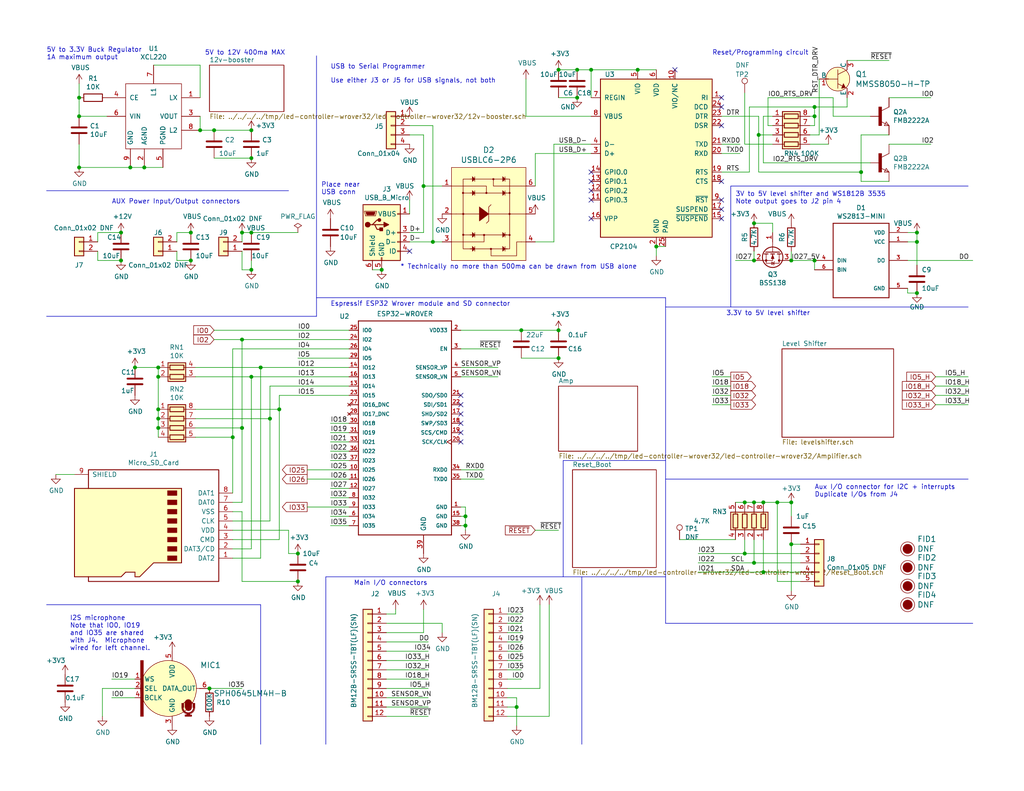
<source format=kicad_sch>
(kicad_sch (version 20230121) (generator eeschema)
  (paper "USLetter")
  (title_block (title "Wrover32 LED Controller") (date "2019-12-26") (rev "3.7") (comment 1 "Copyright © 2019 by Aaron Williams"))
  (junction (at 21.59 45.72))
  (junction (at 81.28 158.75))
  (junction (at 66.04 92.71))
  (junction (at 76.2 111.76))
  (junction (at 215.9 148.59))
  (junction (at 222.25 71.12))
  (junction (at 222.25 31.75))
  (junction (at 73.66 114.3))
  (junction (at 203.2 151.13))
  (junction (at 208.28 156.21))
  (junction (at 104.14 73.66))
  (junction (at 250.19 66.04))
  (junction (at 52.07 71.12))
  (junction (at 58.42 35.56))
  (junction (at 212.09 137.16))
  (junction (at 215.9 137.16))
  (junction (at 68.58 43.18))
  (junction (at 52.07 63.5))
  (junction (at 35.56 45.72))
  (junction (at 179.07 67.31))
  (junction (at 71.12 100.33))
  (junction (at 205.74 71.12))
  (junction (at 43.18 100.33))
  (junction (at 173.99 19.05))
  (junction (at 115.57 50.8))
  (junction (at 152.4 90.17))
  (junction (at 203.2 137.16))
  (junction (at 68.58 63.5))
  (junction (at 152.4 19.05))
  (junction (at 39.37 45.72))
  (junction (at 140.97 193.04))
  (junction (at 66.04 63.5))
  (junction (at 21.59 26.67))
  (junction (at 157.48 19.05))
  (junction (at 142.24 90.17))
  (junction (at 161.29 19.05))
  (junction (at 222.25 29.21))
  (junction (at 208.28 137.16))
  (junction (at 66.04 116.84))
  (junction (at 68.58 102.87))
  (junction (at 127 140.97))
  (junction (at 127 143.51))
  (junction (at 63.5 119.38))
  (junction (at 57.15 187.96))
  (junction (at 36.83 100.33))
  (junction (at 43.18 102.87))
  (junction (at 205.74 137.16))
  (junction (at 43.18 116.84))
  (junction (at 250.19 63.5))
  (junction (at 157.48 26.67))
  (junction (at 21.59 31.75))
  (junction (at 215.9 71.12))
  (junction (at 81.28 151.13))
  (junction (at 54.61 35.56))
  (junction (at 205.74 153.67))
  (junction (at 68.58 73.66))
  (junction (at 118.11 66.04))
  (junction (at 250.19 80.01))
  (junction (at 43.18 114.3))
  (junction (at 207.01 36.83))
  (junction (at 205.74 60.96))
  (junction (at 33.02 71.12))
  (junction (at 33.02 63.5))
  (junction (at 234.95 46.99))
  (junction (at 68.58 35.56))
  (junction (at 43.18 111.76))
  (junction (at 152.4 97.79))
  (no_connect (at 125.73 110.49))
  (no_connect (at 125.73 115.57))
  (no_connect (at 161.29 46.99))
  (no_connect (at 196.85 29.21))
  (no_connect (at 161.29 49.53))
  (no_connect (at 125.73 118.11))
  (no_connect (at 111.76 68.58))
  (no_connect (at 161.29 52.07))
  (no_connect (at 196.85 26.67))
  (no_connect (at 125.73 113.03))
  (no_connect (at 196.85 59.69))
  (no_connect (at 161.29 59.69))
  (no_connect (at 125.73 120.65))
  (no_connect (at 196.85 57.15))
  (no_connect (at 125.73 107.95))
  (no_connect (at 196.85 54.61))
  (no_connect (at 196.85 49.53))
  (no_connect (at 161.29 54.61))
  (no_connect (at 184.15 19.05))
  (no_connect (at 196.85 34.29))
  (wire (pts (xy 161.29 26.67) (xy 161.29 19.05)))
  (wire (pts (xy 66.04 92.71) (xy 66.04 116.84)))
  (wire (pts (xy 35.56 45.72) (xy 21.59 45.72)))
  (wire (pts (xy 222.25 29.21) (xy 222.25 31.75)))
  (polyline (pts (xy 78.74 52.07) (xy 12.7 52.07)))
  (wire (pts (xy 138.43 187.96) (xy 147.32 187.96)))
  (wire (pts (xy 138.43 190.5) (xy 140.97 190.5)))
  (wire (pts (xy 63.5 152.4) (xy 71.12 152.4)))
  (wire (pts (xy 105.41 195.58) (xy 116.84 195.58)))
  (wire (pts (xy 68.58 63.5) (xy 81.28 63.5)))
  (wire (pts (xy 48.26 63.5) (xy 48.26 66.04)))
  (wire (pts (xy 43.18 114.3) (xy 43.18 111.76)))
  (wire (pts (xy 120.65 50.8) (xy 115.57 50.8)))
  (wire (pts (xy 125.73 143.51) (xy 127 143.51)))
  (wire (pts (xy 140.97 193.04) (xy 140.97 198.12)))
  (polyline (pts (xy 181.61 130.81) (xy 264.16 130.81)))
  (polyline (pts (xy 199.39 50.8) (xy 199.39 83.82)))
  (wire (pts (xy 255.27 107.95) (xy 264.16 107.95)))
  (wire (pts (xy 120.65 172.72) (xy 120.65 170.18)))
  (wire (pts (xy 105.41 190.5) (xy 116.84 190.5)))
  (wire (pts (xy 179.07 69.85) (xy 179.07 67.31)))
  (wire (pts (xy 157.48 26.67) (xy 152.4 26.67)))
  (wire (pts (xy 215.9 148.59) (xy 215.9 161.29)))
  (wire (pts (xy 146.05 144.78) (xy 152.4 144.78)))
  (wire (pts (xy 111.76 54.61) (xy 111.76 58.42)))
  (wire (pts (xy 27.94 187.96) (xy 36.83 187.96)))
  (wire (pts (xy 194.31 110.49) (xy 199.39 110.49)))
  (polyline (pts (xy 181.61 170.18) (xy 265.43 170.18)))
  (wire (pts (xy 208.28 137.16) (xy 212.09 137.16)))
  (wire (pts (xy 208.28 44.45) (xy 237.49 44.45)))
  (wire (pts (xy 63.5 119.38) (xy 63.5 134.62)))
  (wire (pts (xy 196.85 41.91) (xy 201.93 41.91)))
  (wire (pts (xy 90.17 115.57) (xy 95.25 115.57)))
  (wire (pts (xy 220.98 34.29) (xy 222.25 34.29)))
  (wire (pts (xy 66.04 63.5) (xy 68.58 63.5)))
  (wire (pts (xy 39.37 45.72) (xy 44.45 45.72)))
  (wire (pts (xy 71.12 100.33) (xy 95.25 100.33)))
  (wire (pts (xy 125.73 90.17) (xy 142.24 90.17)))
  (wire (pts (xy 227.33 26.67) (xy 227.33 31.75)))
  (wire (pts (xy 143.51 31.75) (xy 143.51 21.59)))
  (wire (pts (xy 215.9 140.97) (xy 215.9 137.16)))
  (wire (pts (xy 127 144.78) (xy 127 143.51)))
  (wire (pts (xy 231.14 29.21) (xy 222.25 29.21)))
  (wire (pts (xy 255.27 110.49) (xy 264.16 110.49)))
  (wire (pts (xy 138.43 195.58) (xy 149.86 195.58)))
  (wire (pts (xy 127 138.43) (xy 125.73 138.43)))
  (wire (pts (xy 146.05 66.04) (xy 151.13 66.04)))
  (wire (pts (xy 68.58 102.87) (xy 68.58 149.86)))
  (wire (pts (xy 138.43 182.88) (xy 142.24 182.88)))
  (wire (pts (xy 53.34 100.33) (xy 71.12 100.33)))
  (wire (pts (xy 215.9 148.59) (xy 218.44 148.59)))
  (wire (pts (xy 115.57 63.5) (xy 115.57 50.8)))
  (wire (pts (xy 66.04 139.7) (xy 66.04 158.75)))
  (wire (pts (xy 54.61 17.78) (xy 41.91 17.78)))
  (polyline (pts (xy 86.36 81.28) (xy 181.61 81.28)))
  (wire (pts (xy 247.65 71.12) (xy 265.43 71.12)))
  (wire (pts (xy 48.26 71.12) (xy 48.26 68.58)))
  (wire (pts (xy 21.59 22.86) (xy 21.59 26.67)))
  (wire (pts (xy 26.67 63.5) (xy 26.67 66.04)))
  (wire (pts (xy 105.41 180.34) (xy 116.84 180.34)))
  (wire (pts (xy 78.74 144.78) (xy 78.74 151.13)))
  (wire (pts (xy 127 143.51) (xy 127 140.97)))
  (polyline (pts (xy 12.7 86.36) (xy 86.36 86.36)))
  (wire (pts (xy 105.41 172.72) (xy 115.57 172.72)))
  (wire (pts (xy 210.82 31.75) (xy 208.28 31.75)))
  (wire (pts (xy 107.95 167.64) (xy 107.95 166.37)))
  (wire (pts (xy 127 140.97) (xy 125.73 140.97)))
  (wire (pts (xy 68.58 102.87) (xy 95.25 102.87)))
  (wire (pts (xy 138.43 170.18) (xy 142.24 170.18)))
  (wire (pts (xy 138.43 167.64) (xy 142.24 167.64)))
  (wire (pts (xy 255.27 105.41) (xy 264.16 105.41)))
  (wire (pts (xy 95.25 133.35) (xy 90.17 133.35)))
  (wire (pts (xy 58.42 90.17) (xy 95.25 90.17)))
  (wire (pts (xy 53.34 114.3) (xy 73.66 114.3)))
  (wire (pts (xy 36.83 190.5) (xy 30.48 190.5)))
  (wire (pts (xy 81.28 158.75) (xy 66.04 158.75)))
  (wire (pts (xy 52.07 71.12) (xy 48.26 71.12)))
  (wire (pts (xy 57.15 187.96) (xy 66.04 187.96)))
  (wire (pts (xy 226.06 39.37) (xy 220.98 39.37)))
  (wire (pts (xy 242.57 36.83) (xy 234.95 36.83)))
  (polyline (pts (xy 12.7 165.1) (xy 71.12 165.1)))
  (wire (pts (xy 204.47 29.21) (xy 222.25 29.21)))
  (wire (pts (xy 30.48 185.42) (xy 36.83 185.42)))
  (wire (pts (xy 231.14 16.51) (xy 242.57 16.51)))
  (wire (pts (xy 242.57 26.67) (xy 254 26.67)))
  (wire (pts (xy 215.9 71.12) (xy 215.9 68.58)))
  (wire (pts (xy 43.18 100.33) (xy 36.83 100.33)))
  (wire (pts (xy 190.5 153.67) (xy 205.74 153.67)))
  (wire (pts (xy 140.97 190.5) (xy 140.97 193.04)))
  (wire (pts (xy 138.43 180.34) (xy 142.24 180.34)))
  (wire (pts (xy 68.58 73.66) (xy 66.04 73.66)))
  (wire (pts (xy 63.5 147.32) (xy 76.2 147.32)))
  (wire (pts (xy 43.18 116.84) (xy 43.18 114.3)))
  (wire (pts (xy 222.25 31.75) (xy 222.25 34.29)))
  (wire (pts (xy 95.25 97.79) (xy 81.28 97.79)))
  (polyline (pts (xy 153.67 125.73) (xy 153.67 157.48)))
  (wire (pts (xy 203.2 39.37) (xy 210.82 39.37)))
  (wire (pts (xy 35.56 45.72) (xy 39.37 45.72)))
  (wire (pts (xy 250.19 66.04) (xy 247.65 66.04)))
  (wire (pts (xy 212.09 158.75) (xy 212.09 137.16)))
  (wire (pts (xy 220.98 31.75) (xy 222.25 31.75)))
  (wire (pts (xy 185.42 147.32) (xy 200.66 147.32)))
  (wire (pts (xy 138.43 177.8) (xy 142.24 177.8)))
  (wire (pts (xy 207.01 36.83) (xy 207.01 46.99)))
  (wire (pts (xy 210.82 60.96) (xy 205.74 60.96)))
  (wire (pts (xy 115.57 50.8) (xy 115.57 36.83)))
  (wire (pts (xy 138.43 172.72) (xy 142.24 172.72)))
  (wire (pts (xy 173.99 19.05) (xy 179.07 19.05)))
  (wire (pts (xy 125.73 100.33) (xy 135.89 100.33)))
  (wire (pts (xy 194.31 105.41) (xy 199.39 105.41)))
  (wire (pts (xy 105.41 175.26) (xy 116.84 175.26)))
  (wire (pts (xy 196.85 39.37) (xy 201.93 39.37)))
  (wire (pts (xy 118.11 66.04) (xy 120.65 66.04)))
  (wire (pts (xy 83.82 138.43) (xy 95.25 138.43)))
  (wire (pts (xy 242.57 39.37) (xy 254 39.37)))
  (wire (pts (xy 125.73 102.87) (xy 135.89 102.87)))
  (wire (pts (xy 138.43 185.42) (xy 142.24 185.42)))
  (wire (pts (xy 83.82 130.81) (xy 95.25 130.81)))
  (wire (pts (xy 222.25 73.66) (xy 222.25 71.12)))
  (wire (pts (xy 215.9 71.12) (xy 222.25 71.12)))
  (wire (pts (xy 43.18 111.76) (xy 43.18 102.87)))
  (polyline (pts (xy 158.75 157.48) (xy 158.75 203.2)))
  (wire (pts (xy 209.55 26.67) (xy 227.33 26.67)))
  (wire (pts (xy 111.76 66.04) (xy 118.11 66.04)))
  (wire (pts (xy 26.67 71.12) (xy 33.02 71.12)))
  (wire (pts (xy 127 140.97) (xy 127 138.43)))
  (wire (pts (xy 147.32 165.1) (xy 147.32 187.96)))
  (wire (pts (xy 152.4 90.17) (xy 142.24 90.17)))
  (wire (pts (xy 27.94 195.58) (xy 27.94 187.96)))
  (polyline (pts (xy 88.9 203.2) (xy 88.9 157.48)))
  (wire (pts (xy 95.25 123.19) (xy 90.17 123.19)))
  (wire (pts (xy 105.41 187.96) (xy 116.84 187.96)))
  (wire (pts (xy 105.41 182.88) (xy 116.84 182.88)))
  (wire (pts (xy 125.73 130.81) (xy 132.08 130.81)))
  (wire (pts (xy 161.29 19.05) (xy 173.99 19.05)))
  (wire (pts (xy 26.67 68.58) (xy 26.67 71.12)))
  (wire (pts (xy 223.52 36.83) (xy 220.98 36.83)))
  (wire (pts (xy 125.73 95.25) (xy 135.89 95.25)))
  (polyline (pts (xy 264.16 83.82) (xy 181.61 83.82)))
  (polyline (pts (xy 181.61 81.28) (xy 181.61 170.18)))
  (wire (pts (xy 68.58 71.12) (xy 68.58 73.66)))
  (wire (pts (xy 242.57 49.53) (xy 234.95 49.53)))
  (wire (pts (xy 78.74 151.13) (xy 81.28 151.13)))
  (wire (pts (xy 161.29 31.75) (xy 143.51 31.75)))
  (wire (pts (xy 120.65 170.18) (xy 105.41 170.18)))
  (wire (pts (xy 250.19 63.5) (xy 247.65 63.5)))
  (wire (pts (xy 63.5 142.24) (xy 73.66 142.24)))
  (wire (pts (xy 21.59 31.75) (xy 29.21 31.75)))
  (wire (pts (xy 66.04 66.04) (xy 66.04 63.5)))
  (wire (pts (xy 234.95 36.83) (xy 234.95 46.99)))
  (wire (pts (xy 63.5 149.86) (xy 68.58 149.86)))
  (wire (pts (xy 234.95 49.53) (xy 234.95 46.99)))
  (wire (pts (xy 151.13 39.37) (xy 161.29 39.37)))
  (wire (pts (xy 33.02 63.5) (xy 26.67 63.5)))
  (wire (pts (xy 43.18 119.38) (xy 43.18 116.84)))
  (wire (pts (xy 90.17 118.11) (xy 95.25 118.11)))
  (wire (pts (xy 105.41 177.8) (xy 116.84 177.8)))
  (wire (pts (xy 43.18 102.87) (xy 43.18 100.33)))
  (wire (pts (xy 205.74 71.12) (xy 200.66 71.12)))
  (wire (pts (xy 73.66 105.41) (xy 73.66 114.3)))
  (wire (pts (xy 76.2 107.95) (xy 76.2 111.76)))
  (wire (pts (xy 205.74 137.16) (xy 203.2 137.16)))
  (wire (pts (xy 76.2 107.95) (xy 95.25 107.95)))
  (wire (pts (xy 105.41 193.04) (xy 116.84 193.04)))
  (wire (pts (xy 83.82 128.27) (xy 95.25 128.27)))
  (wire (pts (xy 68.58 43.18) (xy 58.42 43.18)))
  (wire (pts (xy 115.57 166.37) (xy 115.57 172.72)))
  (wire (pts (xy 207.01 31.75) (xy 196.85 31.75)))
  (wire (pts (xy 68.58 102.87) (xy 53.34 102.87)))
  (wire (pts (xy 105.41 185.42) (xy 116.84 185.42)))
  (wire (pts (xy 210.82 63.5) (xy 210.82 60.96)))
  (wire (pts (xy 204.47 29.21) (xy 204.47 46.99)))
  (wire (pts (xy 118.11 34.29) (xy 118.11 66.04)))
  (wire (pts (xy 63.5 95.25) (xy 95.25 95.25)))
  (wire (pts (xy 190.5 151.13) (xy 203.2 151.13)))
  (wire (pts (xy 52.07 63.5) (xy 48.26 63.5)))
  (wire (pts (xy 207.01 36.83) (xy 207.01 31.75)))
  (wire (pts (xy 223.52 21.59) (xy 223.52 36.83)))
  (wire (pts (xy 203.2 147.32) (xy 203.2 151.13)))
  (wire (pts (xy 53.34 119.38) (xy 63.5 119.38)))
  (wire (pts (xy 95.25 140.97) (xy 90.17 140.97)))
  (wire (pts (xy 231.14 26.67) (xy 231.14 29.21)))
  (wire (pts (xy 203.2 137.16) (xy 200.66 137.16)))
  (wire (pts (xy 54.61 35.56) (xy 54.61 31.75)))
  (wire (pts (xy 53.34 111.76) (xy 76.2 111.76)))
  (wire (pts (xy 66.04 116.84) (xy 66.04 137.16)))
  (wire (pts (xy 71.12 100.33) (xy 71.12 152.4)))
  (wire (pts (xy 194.31 107.95) (xy 199.39 107.95)))
  (wire (pts (xy 63.5 139.7) (xy 66.04 139.7)))
  (wire (pts (xy 208.28 137.16) (xy 205.74 137.16)))
  (wire (pts (xy 63.5 144.78) (xy 78.74 144.78)))
  (wire (pts (xy 101.6 73.66) (xy 104.14 73.66)))
  (wire (pts (xy 54.61 26.67) (xy 54.61 17.78)))
  (wire (pts (xy 90.17 125.73) (xy 95.25 125.73)))
  (polyline (pts (xy 88.9 157.48) (xy 181.61 157.48)))
  (wire (pts (xy 146.05 41.91) (xy 161.29 41.91)))
  (polyline (pts (xy 181.61 125.73) (xy 153.67 125.73)))
  (wire (pts (xy 138.43 175.26) (xy 142.24 175.26)))
  (wire (pts (xy 203.2 25.4) (xy 203.2 39.37)))
  (wire (pts (xy 247.65 80.01) (xy 247.65 78.74)))
  (wire (pts (xy 205.74 71.12) (xy 205.74 68.58)))
  (wire (pts (xy 58.42 35.56) (xy 68.58 35.56)))
  (wire (pts (xy 90.17 120.65) (xy 95.25 120.65)))
  (wire (pts (xy 194.31 102.87) (xy 199.39 102.87)))
  (wire (pts (xy 105.41 167.64) (xy 107.95 167.64)))
  (wire (pts (xy 218.44 156.21) (xy 208.28 156.21)))
  (wire (pts (xy 250.19 80.01) (xy 247.65 80.01)))
  (wire (pts (xy 210.82 36.83) (xy 207.01 36.83)))
  (wire (pts (xy 205.74 153.67) (xy 218.44 153.67)))
  (wire (pts (xy 63.5 95.25) (xy 63.5 119.38)))
  (wire (pts (xy 15.24 129.54) (xy 20.32 129.54)))
  (wire (pts (xy 111.76 36.83) (xy 115.57 36.83)))
  (wire (pts (xy 54.61 35.56) (xy 58.42 35.56)))
  (wire (pts (xy 218.44 151.13) (xy 203.2 151.13)))
  (wire (pts (xy 21.59 45.72) (xy 21.59 39.37)))
  (wire (pts (xy 73.66 105.41) (xy 95.25 105.41)))
  (wire (pts (xy 250.19 66.04) (xy 250.19 63.5)))
  (wire (pts (xy 76.2 111.76) (xy 76.2 147.32)))
  (wire (pts (xy 66.04 92.71) (xy 95.25 92.71)))
  (wire (pts (xy 90.17 135.89) (xy 95.25 135.89)))
  (wire (pts (xy 66.04 68.58) (xy 66.04 73.66)))
  (wire (pts (xy 212.09 137.16) (xy 215.9 137.16)))
  (wire (pts (xy 208.28 147.32) (xy 208.28 156.21)))
  (polyline (pts (xy 71.12 165.1) (xy 71.12 203.2)))
  (wire (pts (xy 209.55 26.67) (xy 209.55 34.29)))
  (wire (pts (xy 179.07 67.31) (xy 181.61 67.31)))
  (wire (pts (xy 95.25 143.51) (xy 90.17 143.51)))
  (wire (pts (xy 142.24 97.79) (xy 152.4 97.79)))
  (wire (pts (xy 66.04 92.71) (xy 58.42 92.71)))
  (wire (pts (xy 250.19 72.39) (xy 250.19 66.04)))
  (wire (pts (xy 205.74 147.32) (xy 205.74 153.67)))
  (wire (pts (xy 255.27 102.87) (xy 264.16 102.87)))
  (wire (pts (xy 208.28 156.21) (xy 190.5 156.21)))
  (wire (pts (xy 125.73 128.27) (xy 132.08 128.27)))
  (wire (pts (xy 218.44 158.75) (xy 212.09 158.75)))
  (wire (pts (xy 152.4 19.05) (xy 157.48 19.05)))
  (wire (pts (xy 227.33 31.75) (xy 237.49 31.75)))
  (wire (pts (xy 53.34 116.84) (xy 66.04 116.84)))
  (wire (pts (xy 208.28 31.75) (xy 208.28 44.45)))
  (wire (pts (xy 157.48 19.05) (xy 161.29 19.05)))
  (wire (pts (xy 73.66 114.3) (xy 73.66 142.24)))
  (wire (pts (xy 111.76 63.5) (xy 115.57 63.5)))
  (wire (pts (xy 149.86 165.1) (xy 149.86 195.58)))
  (wire (pts (xy 146.05 50.8) (xy 146.05 41.91)))
  (wire (pts (xy 151.13 39.37) (xy 151.13 66.04)))
  (polyline (pts (xy 199.39 50.8) (xy 264.16 50.8)))
  (wire (pts (xy 63.5 137.16) (xy 66.04 137.16)))
  (wire (pts (xy 111.76 34.29) (xy 118.11 34.29)))
  (wire (pts (xy 138.43 193.04) (xy 140.97 193.04)))
  (wire (pts (xy 204.47 46.99) (xy 196.85 46.99)))
  (wire (pts (xy 21.59 26.67) (xy 21.59 31.75)))
  (wire (pts (xy 207.01 46.99) (xy 234.95 46.99)))
  (wire (pts (xy 210.82 34.29) (xy 209.55 34.29)))
  (polyline (pts (xy 86.36 15.24) (xy 86.36 86.36)))
  (text "I2S microphone\nNote that IO0, IO19\nand IO35 are shared\nwith J4.  Microphone\nwired for left channel." (at 19.05 177.8 0) (effects (font (size 1.27 1.27)) (justify left bottom)))
  (text "Espressif ESP32 Wrover module and SD connector" (at 90.17 83.82 0) (effects (font (size 1.27 1.27)) (justify left bottom)))
  (text "3.3V to 5V level shifter" (at 198.12 86.36 0) (effects (font (size 1.27 1.27)) (justify left bottom)))
  (text "3V to 5V level shifter and WS1812B 3535\nNote output goes to J2 pin 4" (at 200.66 55.88 0) (effects (font (size 1.27 1.27)) (justify left bottom)))
  (text "USB to Serial Programmer" (at 90.17 19.05 0) (effects (font (size 1.27 1.27)) (justify left bottom)))
  (text "Aux I/O connector for I2C + interrupts\nDuplicate I/Os from J4" (at 222.25 135.89 0) (effects (font (size 1.27 1.27)) (justify left bottom)))
  (text "Place near\nUSB conn" (at 87.63 53.34 0) (effects (font (size 1.27 1.27)) (justify left bottom)))
  (text "Main I/O connectors" (at 96.52 160.02 0) (effects (font (size 1.27 1.27)) (justify left bottom)))
  (text "* Technically no more than 500ma can be drawn from USB alone" (at 109.22 73.66 0) (effects (font (size 1.27 1.27)) (justify left bottom)))
  (text "5V to 3.3V Buck Regulator\n1A maximum output" (at 12.7 16.51 0) (effects (font (size 1.27 1.27)) (justify left bottom)))
  (text "Reset/Programming circuit" (at 194.31 15.24 0) (effects (font (size 1.27 1.27)) (justify left bottom)))
  (text "5V to 12V 400ma MAX" (at 55.88 15.24 0) (effects (font (size 1.27 1.27)) (justify left bottom)))
  (text "AUX Power Input/Output connectors" (at 30.48 55.88 0) (effects (font (size 1.27 1.27)) (justify left bottom)))
  (text "Use either J3 or J5 for USB signals, not both" (at 90.17 22.86 0) (effects (font (size 1.27 1.27)) (justify left bottom)))
  (label "IO19" (at 90.17 118.11 0))
  (label "~{RESET}" (at 147.32 144.78 0))
  (label "IO5_H" (at 111.76 187.96 0))
  (label "DO" (at 261.62 71.12 0))
  (label "D-" (at 111.76 66.04 0))
  (label "IO33_H" (at 110.49 180.34 0))
  (label "IO26" (at 138.43 177.8 0))
  (label "IO35" (at 90.17 143.51 0))
  (label "IO21" (at 190.5 156.21 0))
  (label "DTR" (at 198.12 31.75 0))
  (label "SENSOR_VN" (at 106.68 190.5 0))
  (label "TXD0" (at 198.12 41.91 0))
  (label "IO33_H" (at 257.81 110.49 0))
  (label "IO0" (at 251.46 26.67 0))
  (label "IO0" (at 81.28 90.17 0))
  (label "IO21" (at 90.17 120.65 0))
  (label "IO5" (at 194.31 102.87 0))
  (label "SENSOR_VN" (at 125.73 102.87 0))
  (label "IO19" (at 30.48 185.42 0))
  (label "IO25" (at 90.17 128.27 0))
  (label "IO23" (at 90.17 125.73 0))
  (label "IO14" (at 81.28 105.41 0))
  (label "IO13" (at 81.28 102.87 0))
  (label "~{RESET}" (at 237.49 16.51 0))
  (label "IO35" (at 138.43 182.88 0))
  (label "IO23" (at 190.5 151.13 0))
  (label "IO27" (at 200.66 71.12 0))
  (label "IO35" (at 62.23 187.96 0))
  (label "IO2" (at 81.28 92.71 0))
  (label "IO32" (at 90.17 135.89 0))
  (label "IO22" (at 190.5 153.67 0))
  (label "D+" (at 111.76 63.5 0))
  (label "SENSOR_VP" (at 125.73 100.33 0))
  (label "IO32_H" (at 110.49 182.88 0))
  (label "IO22" (at 90.17 123.19 0))
  (label "IO5_H" (at 257.81 102.87 0))
  (label "IO18_H" (at 110.49 185.42 0))
  (label "IO19" (at 138.43 175.26 0))
  (label "IO21" (at 138.43 172.72 0))
  (label "~{RESET}" (at 111.76 195.58 0))
  (label "RXD0" (at 127 128.27 0))
  (label "IO12" (at 81.28 100.33 0))
  (label "IO2" (at 251.46 39.37 0))
  (label "IO23" (at 138.43 167.64 0))
  (label "IO33" (at 90.17 138.43 0))
  (label "DO" (at 114.3 175.26 0))
  (label "IO34" (at 113.03 177.8 0))
  (label "IO27" (at 90.17 133.35 0))
  (label "IO18" (at 90.17 115.57 0))
  (label "IO26" (at 90.17 130.81 0))
  (label "RST_DTR_DRV" (at 223.52 25.4 90))
  (label "IO0" (at 30.48 190.5 0))
  (label "IO2_RTS_DRV" (at 210.82 44.45 0))
  (label "RTS" (at 198.12 46.99 0))
  (label "IO33" (at 194.31 110.49 0))
  (label "SENSOR_VP" (at 106.68 193.04 0))
  (label "~{RESET}" (at 130.81 95.25 0))
  (label "USB_D-" (at 152.4 39.37 0))
  (label "IO34" (at 90.17 140.97 0))
  (label "IO32" (at 194.31 107.95 0))
  (label "SCL" (at 199.39 153.67 0))
  (label "IO27_5V" (at 215.9 71.12 0))
  (label "IO32_H" (at 257.81 107.95 0))
  (label "IO25" (at 138.43 180.34 0))
  (label "IO5" (at 81.28 97.79 0))
  (label "SDA" (at 199.39 156.21 0))
  (label "IO15" (at 81.28 107.95 0))
  (label "IO18" (at 194.31 105.41 0))
  (label "USB_D+" (at 152.4 41.91 0))
  (label "RXD0" (at 196.85 39.37 0))
  (label "IO0_RTS_DRV" (at 209.55 26.67 0))
  (label "IO4" (at 81.28 95.25 0))
  (label "IO0" (at 139.7 185.42 0))
  (label "TXD0" (at 127 130.81 0))
  (label "IO18_H" (at 257.81 105.41 0))
  (label "IO22" (at 138.43 170.18 0))
  (global_label "~{RESET}" (shape input) (at 146.05 144.78 180) (property "Intersheetrefs" "${INTERSHEET_REFS}" (effects hide)))
  (global_label "IO18_H" (shape input) (at 255.27 105.41 180) (property "Intersheetrefs" "${INTERSHEET_REFS}" (effects hide)))
  (global_label "IO18" (shape output) (at 199.39 105.41 0) (property "Intersheetrefs" "${INTERSHEET_REFS}" (effects hide)))
  (global_label "IO5" (shape output) (at 199.39 102.87 0) (property "Intersheetrefs" "${INTERSHEET_REFS}" (effects hide)))
  (global_label "IO2" (shape input) (at 58.42 92.71 180) (property "Intersheetrefs" "${INTERSHEET_REFS}" (effects hide)))
  (global_label "IO33" (shape output) (at 199.39 110.49 0) (property "Intersheetrefs" "${INTERSHEET_REFS}" (effects hide)))
  (global_label "IO33_H" (shape input) (at 255.27 110.49 180) (property "Intersheetrefs" "${INTERSHEET_REFS}" (effects hide)))
  (global_label "IO26" (shape output) (at 83.82 130.81 180) (property "Intersheetrefs" "${INTERSHEET_REFS}" (effects hide)))
  (global_label "IO32" (shape output) (at 199.39 107.95 0) (property "Intersheetrefs" "${INTERSHEET_REFS}" (effects hide)))
  (global_label "IO32_H" (shape input) (at 255.27 107.95 180) (property "Intersheetrefs" "${INTERSHEET_REFS}" (effects hide)))
  (global_label "IO5_H" (shape input) (at 255.27 102.87 180) (property "Intersheetrefs" "${INTERSHEET_REFS}" (effects hide)))
  (global_label "IO33" (shape output) (at 83.82 138.43 180) (property "Intersheetrefs" "${INTERSHEET_REFS}" (effects hide)))
  (global_label "IO0" (shape input) (at 58.42 90.17 180) (property "Intersheetrefs" "${INTERSHEET_REFS}" (effects hide)))
  (global_label "IO25" (shape output) (at 83.82 128.27 180) (property "Intersheetrefs" "${INTERSHEET_REFS}" (effects hide)))
  (symbol (lib_id "led-controller-wrover32-rescue:XCL21X-Torex_Semiconductor") (at 41.91 31.75 0) (unit 1)
    (property "Reference" "U1" (at 41.91 13.2588 0))
    (property "Value" "XCL220" (at 41.91 15.5702 0))
    (property "Footprint" "Torex_Semi:CL-2025-02" (effects hide))
    (property "Datasheet" "https://www.torexsemi.com/file/xcl219/XCL219-XCL220.pdf" (effects hide))
    (property "MFR" "Torex Semiconductor" (effects hide))
    (property "MPN" "XCL220B333FR-G" (effects hide))
    (property "SPR" "Digikey" (effects hide))
    (property "SPN" "893-1279-1-ND" (effects hide))
    (property "SPURL" "-" (effects hide))
    (property "DESC" "DC DC CONVERTER 3.3V" (effects hide))
  )
  (symbol (lib_id "Device:C") (at 21.59 35.56 0) (unit 1)
    (property "Reference" "C1" (at 24.511 34.3916 0) (effects (justify left)))
    (property "Value" "10uF" (at 24.511 36.703 0) (effects (justify left)))
    (property "Footprint" "Capacitor_SMD:C_0805_2012Metric" (effects hide))
    (property "Datasheet" "http://www.samsungsem.com/kr/support/product-search/mlcc/CL21B106KOQNNNE.jsp" (effects hide))
    (property "Tolerance" "20%" (effects hide))
    (property "Minimum Voltage" "10" (effects hide))
    (property "MFR" "Samsung" (effects hide))
    (property "MPN" "CL21B106KOQNNNE" (effects hide))
    (property "SPR" "Digikey" (effects hide))
    (property "SPN" "1276-2872-1-ND" (effects hide))
    (property "SPURL" "-" (effects hide))
    (property "DESC" "CAP CER 10UF 16V X7R 0805" (effects hide))
  )
  (symbol (lib_id "Device:R") (at 25.4 26.67 270) (unit 1)
    (property "Reference" "R1" (at 25.4 21.4122 90))
    (property "Value" "10K" (at 25.4 23.7236 90))
    (property "Footprint" "Resistor_SMD:R_0603_1608Metric" (effects hide))
    (property "Datasheet" "http://www.vishay.com/docs/20035/dcrcwe3.pdf" (effects hide))
    (property "Tolerance" "5%" (effects hide))
    (property "MFR" "Vishay Dale" (effects hide))
    (property "MPN" "CRCW060310K0FKEC" (effects hide))
    (property "SPR" "Digikey" (effects hide))
    (property "SPN" "541-2979-1-ND" (effects hide))
    (property "SPURL" "-" (effects hide))
    (property "DESC" "RES SMD 10K OHM 1% 1/10W 0603" (effects hide))
  )
  (symbol (lib_id "power:VBUS") (at 21.59 22.86 0) (unit 1)
    (property "Reference" "#PWR02" (effects hide))
    (property "Value" "VBUS" (at 21.971 18.4658 0))
  )
  (symbol (lib_id "power:GND") (at 21.59 45.72 0) (unit 1)
    (property "Reference" "#PWR04" (effects hide))
    (property "Value" "GND" (at 21.717 50.1142 0))
  )
  (symbol (lib_id "Device:C") (at 58.42 39.37 0) (unit 1)
    (property "Reference" "C2" (at 61.341 38.2016 0) (effects (justify left)))
    (property "Value" "10uF" (at 59.69 41.91 0) (effects (justify left)))
    (property "Footprint" "Capacitor_SMD:C_0805_2012Metric" (effects hide))
    (property "Datasheet" "http://www.samsungsem.com/kr/support/product-search/mlcc/CL21B106KOQNNNE.jsp" (effects hide))
    (property "MFR" "Samsung" (effects hide))
    (property "MPN" "CL21B106KOQNNNE" (effects hide))
    (property "SPR" "Digikey" (effects hide))
    (property "SPN" "1276-2872-1-ND" (effects hide))
    (property "SPURL" "-" (effects hide))
    (property "DESC" "CAP CER 10UF 16V X7R 0805" (effects hide))
  )
  (symbol (lib_id "Device:C") (at 68.58 39.37 0) (unit 1)
    (property "Reference" "C3" (at 71.501 38.2016 0) (effects (justify left)))
    (property "Value" "1uF" (at 69.85 41.91 0) (effects (justify left)))
    (property "Footprint" "Capacitor_SMD:C_0603_1608Metric" (effects hide))
    (property "Datasheet" "http://www.samsungsem.com/kr/support/product-search/mlcc/CL10B105KP8NNNC.jsp" (effects hide))
    (property "MFR" "Samsung" (effects hide))
    (property "MPN" "CL10B105KP8NNNC" (effects hide))
    (property "SPR" "Digikey" (effects hide))
    (property "SPN" "1276-1946-1-ND" (effects hide))
    (property "SPURL" "-" (effects hide))
    (property "DESC" "CAP CER 1UF 10V X7R 0603" (effects hide))
  )
  (symbol (lib_id "power:GND") (at 68.58 43.18 0) (unit 1)
    (property "Reference" "#PWR08" (effects hide))
    (property "Value" "GND" (at 68.707 47.5742 0))
  )
  (symbol (lib_id "led-controller-wrover32-rescue:+3.3V-power") (at 68.58 35.56 0) (unit 1)
    (property "Reference" "#PWR07" (effects hide))
    (property "Value" "+3.3V" (at 72.39 34.29 0))
  )
  (symbol (lib_id "led-controller-wrover32-rescue:USB_B_Micro-Connector") (at 104.14 63.5 0) (unit 1)
    (property "Reference" "J3" (at 105.537 51.6382 0))
    (property "Value" "USB_B_Micro" (at 105.537 53.9496 0))
    (property "Footprint" "Aaron:USB_Micro-B_Molex-105017-0001" (effects hide))
    (property "Datasheet" "https://www.molex.com/pdm_docs/sd/1050170001_sd.pdf" (effects hide))
    (property "MFR" "Molex" (effects hide))
    (property "MPN" "1050170001" (effects hide))
    (property "SPR" "Digikey" (effects hide))
    (property "SPN" "WM1399CT-ND" (effects hide))
    (property "SPURL" "-" (effects hide))
    (property "DESC" "CONN RCPT USB2.0 MICRO B SMD R/A" (effects hide))
  )
  (symbol (lib_id "led-controller-wrover32-rescue:+3.3V-power") (at 152.4 19.05 0) (unit 1)
    (property "Reference" "#PWR019" (effects hide))
    (property "Value" "+3.3V" (at 152.781 14.6558 0))
  )
  (symbol (lib_id "Device:C") (at 152.4 22.86 0) (unit 1)
    (property "Reference" "C6" (at 153.67 25.4 0) (effects (justify left)))
    (property "Value" "10uF" (at 147.32 20.32 0) (effects (justify left)))
    (property "Footprint" "Capacitor_SMD:C_0805_2012Metric" (effects hide))
    (property "Datasheet" "http://www.samsungsem.com/kr/support/product-search/mlcc/CL21B106KOQNNNE.jsp" (effects hide))
    (property "MFR" "Samsung" (effects hide))
    (property "MPN" "CL21B106KOQNNNE" (effects hide))
    (property "SPR" "Digikey" (effects hide))
    (property "SPN" "1276-2872-1-ND" (effects hide))
    (property "SPURL" "-" (effects hide))
    (property "DESC" "CAP CER 10UF 16V X7R 0805" (effects hide))
  )
  (symbol (lib_id "Connector_Generic:Conn_01x04") (at 106.68 34.29 0) (mirror y) (unit 1)
    (property "Reference" "J5" (at 104.648 34.4932 0) (effects (justify left)))
    (property "Value" "Conn_01x04" (at 109.22 41.91 0) (effects (justify left)))
    (property "Footprint" "Connector_JST:JST_PH_B4B-PH-K_1x04_P2.00mm_Vertical" (effects hide))
    (property "Datasheet" "http://www.jst-mfg.com/product/pdf/eng/ePH.pdf" (effects hide))
    (property "MFR" "JST Sales America" (effects hide))
    (property "MPN" "B4B-PH-K-S(LF)(SN)" (effects hide))
    (property "SPR" "Digikey" (effects hide))
    (property "SPN" "455-1706-ND" (effects hide))
    (property "SPURL" "-" (effects hide))
    (property "DESC" "CONN HEADER VERT 4POS 2MM" (effects hide))
  )
  (symbol (lib_id "power:GND") (at 111.76 39.37 0) (unit 1)
    (property "Reference" "#PWR021" (effects hide))
    (property "Value" "GND" (at 111.887 43.7642 0))
  )
  (symbol (lib_id "power:GND") (at 179.07 69.85 0) (unit 1)
    (property "Reference" "#PWR022" (effects hide))
    (property "Value" "GND" (at 179.197 74.2442 0))
  )
  (symbol (lib_id "power:GND") (at 157.48 26.67 0) (unit 1)
    (property "Reference" "#PWR020" (effects hide))
    (property "Value" "GND" (at 154.94 29.21 0))
  )
  (symbol (lib_id "power:VBUS") (at 111.76 54.61 0) (unit 1)
    (property "Reference" "#PWR018" (effects hide))
    (property "Value" "VBUS" (at 110.49 50.8 0))
  )
  (symbol (lib_id "led-controller-wrover32-rescue:ESP32-WROVER-I-ESP32-WROVER-I") (at 110.49 118.11 0) (unit 1)
    (property "Reference" "U2" (at 93.98 86.36 0))
    (property "Value" "ESP32-WROVER" (at 110.49 85.6996 0))
    (property "Footprint" "ESP32:ESP32-WROOVER" (effects hide))
    (property "Datasheet" "https://www.espressif.com/sites/default/files/documentation/esp32-wrover-b_datasheet_en.pdf" (effects hide))
    (property "MFR" "Espressif Systems" (effects hide))
    (property "MPN" "ESP32-WROVER (16MB)" (effects hide))
    (property "Field6" "Espressif Systems" (effects hide))
    (property "Field7" "Module Espressif Systems" (effects hide))
    (property "Field8" "Module: combo; GPIO, I2C x2, I2S x2, SDIO, SPI x3, UART x3; U.FL" (effects hide))
    (property "SPR" "Digikey" (effects hide))
    (property "SPN" "1904-1015-1-ND" (effects hide))
    (property "SPURL" "https://www.digikey.com/product-detail/en/espressif-systems/ESP32-WROVER-16MB/1904-1015-1-ND/9381724" (effects hide))
    (property "DESC" "WIFI MODULE 128MBITS SPI FLASH" (effects hide))
  )
  (symbol (lib_id "led-controller-wrover32-rescue:Micro_SD_Card-Connector") (at 40.64 144.78 180) (unit 1)
    (property "Reference" "J1" (at 41.91 124.0282 0))
    (property "Value" "Micro_SD_Card" (at 41.91 126.3396 0))
    (property "Footprint" "Aaron:microSD_HC_Wuerth_693072010801" (effects hide))
    (property "Datasheet" "http://katalog.we-online.de/em/datasheet/693072010801.pdf" (effects hide))
    (property "MFR" "Wuerth" (effects hide))
    (property "MPN" "693072010801" (effects hide))
    (property "SPR" "Digikey" (effects hide))
    (property "SPN" "732-3820-1-ND" (effects hide))
    (property "SPURL" "https://www.digikey.com/product-detail/en/w-rth-elektronik/693072010801/732-3820-1-ND/3124605" (effects hide))
    (property "DESC" "CONN MICRO SD CARD HINGED TYPE" (effects hide))
  )
  (symbol (lib_id "Device:C") (at 52.07 67.31 0) (unit 1)
    (property "Reference" "C13" (at 53.34 64.77 0) (effects (justify left)))
    (property "Value" "10uF" (at 53.34 69.85 0) (effects (justify left)))
    (property "Footprint" "Capacitor_SMD:C_0805_2012Metric" (effects hide))
    (property "Datasheet" "http://www.samsungsem.com/kr/support/product-search/mlcc/CL21B106KOQNNNE.jsp" (effects hide))
    (property "MFR" "Samsung" (effects hide))
    (property "MPN" "CL21B106KOQNNNE" (effects hide))
    (property "SPR" "Digikey" (effects hide))
    (property "SPN" "1276-2872-1-ND" (effects hide))
    (property "SPURL" "-" (effects hide))
    (property "DESC" "CAP CER 10UF 16V X7R 0805" (effects hide))
  )
  (symbol (lib_id "Device:C") (at 33.02 67.31 0) (unit 1)
    (property "Reference" "C14" (at 29.21 64.77 0) (effects (justify left)))
    (property "Value" "10uF" (at 27.94 69.85 0) (effects (justify left)))
    (property "Footprint" "Capacitor_SMD:C_0805_2012Metric" (effects hide))
    (property "Datasheet" "http://www.samsungsem.com/kr/support/product-search/mlcc/CL21B106KOQNNNE.jsp" (effects hide))
    (property "MFR" "Samsung" (effects hide))
    (property "MPN" "CL21B106KOQNNNE" (effects hide))
    (property "SPR" "Digikey" (effects hide))
    (property "SPN" "1276-2872-1-ND" (effects hide))
    (property "SPURL" "-" (effects hide))
    (property "DESC" "CAP CER 10UF 16V X7R 0805" (effects hide))
  )
  (symbol (lib_id "power:VBUS") (at 90.17 59.69 0) (unit 1)
    (property "Reference" "#PWR038" (effects hide))
    (property "Value" "VBUS" (at 90.551 55.2958 0))
  )
  (symbol (lib_id "power:GND") (at 90.17 67.31 0) (unit 1)
    (property "Reference" "#PWR039" (effects hide))
    (property "Value" "GND" (at 90.297 71.7042 0))
  )
  (symbol (lib_id "power:GND") (at 81.28 158.75 0) (unit 1)
    (property "Reference" "#PWR06" (effects hide))
    (property "Value" "GND" (at 81.407 163.1442 0))
  )
  (symbol (lib_id "led-controller-wrover32-rescue:+3.3V-power") (at 81.28 151.13 0) (unit 1)
    (property "Reference" "#PWR09" (effects hide))
    (property "Value" "+3.3V" (at 81.661 146.7358 0))
  )
  (symbol (lib_id "Device:C") (at 81.28 154.94 0) (unit 1)
    (property "Reference" "C4" (at 84.201 153.7716 0) (effects (justify left)))
    (property "Value" "10uF" (at 82.55 151.13 0) (effects (justify left)))
    (property "Footprint" "Capacitor_SMD:C_0805_2012Metric" (effects hide))
    (property "Datasheet" "http://www.samsungsem.com/kr/support/product-search/mlcc/CL21B106KOQNNNE.jsp" (effects hide))
    (property "MFR" "Samsung" (effects hide))
    (property "MPN" "CL21B106KOQNNNE" (effects hide))
    (property "SPR" "Digikey" (effects hide))
    (property "SPN" "1276-2872-1-ND" (effects hide))
    (property "SPURL" "-" (effects hide))
    (property "DESC" "CAP CER 10UF 16V X7R 0805" (effects hide))
  )
  (symbol (lib_id "power:GND") (at 127 144.78 0) (unit 1)
    (property "Reference" "#PWR015" (effects hide))
    (property "Value" "GND" (at 127.127 149.1742 0))
  )
  (symbol (lib_id "Connector_Generic:Conn_01x12") (at 100.33 180.34 0) (mirror y) (unit 1)
    (property "Reference" "J2" (at 102.362 162.1282 0))
    (property "Value" "BM12B-SRSS-TBT(LF)(SN)" (at 96.52 180.34 90))
    (property "Footprint" "Connectors_JST-BM12B-SURS-TF:BM12B-SRSS-TB" (effects hide))
    (property "Datasheet" "http://www.jst-mfg.com/product/pdf/eng/eSUR.pdf" (effects hide))
    (property "MFR" "JST" (effects hide))
    (property "MPN" "BM12B-SRSS-TBT(LF)(SN)" (effects hide))
    (property "SPR" "Digikey" (effects hide))
    (property "SPN" "455-2960-1-ND" (effects hide))
    (property "SPURL" "https://www.digikey.com/products/en/connectors-interconnects/rectangular-connectors-headers-male-pins/314?k=BM12B-SRSS&k=&pkeyword=BM12B-SRSS&sv=0&pv5=387229&sf=0&FV=-8%7C314%2C7%7C2%2C1989%7C0&quantity=&ColumnSort=0&page=1&stock=1&nstock=1&pageSize=500" (effects hide))
    (property "DESC" "CONN HEADER SMD 12POS 1MM" (effects hide))
  )
  (symbol (lib_id "power:VBUS") (at 107.95 166.37 0) (unit 1)
    (property "Reference" "#PWR012" (effects hide))
    (property "Value" "VBUS" (at 108.331 161.9758 0))
  )
  (symbol (lib_id "led-controller-wrover32-rescue:+3.3V-power") (at 115.57 166.37 0) (unit 1)
    (property "Reference" "#PWR013" (effects hide))
    (property "Value" "+3.3V" (at 115.951 161.9758 0))
  )
  (symbol (lib_id "power:GND") (at 120.65 172.72 0) (unit 1)
    (property "Reference" "#PWR016" (effects hide))
    (property "Value" "GND" (at 120.777 177.1142 0))
  )
  (symbol (lib_id "Connector_Generic:Conn_01x12") (at 133.35 180.34 0) (mirror y) (unit 1)
    (property "Reference" "J4" (at 135.382 162.1282 0))
    (property "Value" "BM12B-SRSS-TBT(LF)(SN)" (at 129.54 180.34 90))
    (property "Footprint" "Connectors_JST-BM12B-SURS-TF:BM12B-SRSS-TB" (effects hide))
    (property "Datasheet" "http://www.jst-mfg.com/product/pdf/eng/eSUR.pdf" (effects hide))
    (property "MFR" "JST" (effects hide))
    (property "MPN" "BM12B-SRSS-TBT(LF)(SN)" (effects hide))
    (property "SPR" "Digikey" (effects hide))
    (property "SPN" "455-2960-1-ND" (effects hide))
    (property "SPURL" "https://www.digikey.com/products/en/connectors-interconnects/rectangular-connectors-headers-male-pins/314?k=BM12B-SRSS&k=&pkeyword=BM12B-SRSS&sv=0&pv5=387229&sf=0&FV=-8%7C314%2C7%7C2%2C1989%7C0&quantity=&ColumnSort=0&page=1&stock=1&nstock=1&pageSize=500" (effects hide))
    (property "DESC" "CONN HEADER SMD 12POS 1MM" (effects hide))
  )
  (symbol (lib_id "led-controller-wrover32-rescue:+3.3V-power") (at 36.83 100.33 0) (unit 1)
    (property "Reference" "#PWR05" (effects hide))
    (property "Value" "+3.3V" (at 37.211 95.9358 0))
  )
  (symbol (lib_id "power:GND") (at 15.24 129.54 0) (unit 1)
    (property "Reference" "#PWR01" (effects hide))
    (property "Value" "GND" (at 15.367 133.9342 0))
  )
  (symbol (lib_id "power:GND") (at 115.57 151.13 0) (unit 1)
    (property "Reference" "#PWR0101" (effects hide))
    (property "Value" "GND" (at 115.697 155.5242 0))
  )
  (symbol (lib_id "led-controller-wrover32-rescue:+3.3V-power") (at 215.9 137.16 0) (unit 1)
    (property "Reference" "#PWR0103" (effects hide))
    (property "Value" "+3.3V" (at 215.9 133.35 0))
  )
  (symbol (lib_id "led-controller-wrover32-rescue:Conn_01x05-Connector-led-controller-wrover32-rescue") (at 223.52 153.67 0) (unit 1)
    (property "Reference" "J8" (at 225.552 152.6032 0) (effects (justify left)))
    (property "Value" "Conn_01x05 DNF" (at 225.552 154.9146 0) (effects (justify left)))
    (property "Footprint" "Connector_PinHeader_1.27mm:PinHeader_1x05_P1.27mm_Vertical" (effects hide))
    (property "Datasheet" "http://suddendocs.samtec.com/catalog_english/tms_th.pdf" (effects hide))
    (property "MFR" "Samtec Inc." (effects hide))
    (property "MPN" "TMS-105-01-G-S" (effects hide))
    (property "SPR" "Digikey" (effects hide))
    (property "SPN" "SAM10245-ND" (effects hide))
    (property "SPURL" "https://www.digikey.com/products/en/connectors-interconnects/rectangular-connectors-headers-male-pins/314?k=1.27mm+header&k=&pkeyword=1.27mm+header&sv=0&pv1795=350796&sf=0&FV=28%7C353507%2C28%7C353523%2C28%7C353526%2C28%7C353527%2C69%7C411897%2C88%7C229001%2C1790%7C7022%2C1989%7C0%2C2021%7C417859%2C-8%7C314%2C2025%7C15230&quantity=&ColumnSort=0&page=1&stock=1&nstock=1&pageSize=500" (effects hide))
    (property "DESC" "CONN HEADER VERT 5POS 1.27MM" (effects hide))
  )
  (symbol (lib_id "power:GND") (at 33.02 71.12 0) (unit 1)
    (property "Reference" "#PWR0108" (effects hide))
    (property "Value" "GND" (at 33.147 75.5142 0))
  )
  (symbol (lib_id "power:VBUS") (at 143.51 21.59 0) (unit 1)
    (property "Reference" "#PWR044" (effects hide))
    (property "Value" "VBUS" (at 143.891 17.1958 0))
  )
  (symbol (lib_id "Device:C") (at 215.9 144.78 0) (unit 1)
    (property "Reference" "C15" (at 218.821 143.6116 0) (effects (justify left)))
    (property "Value" "1uF" (at 217.17 140.97 0) (effects (justify left)))
    (property "Footprint" "Capacitor_SMD:C_0603_1608Metric" (effects hide))
    (property "Datasheet" "http://www.samsungsem.com/kr/support/product-search/mlcc/CL10B105KP8NNNC.jsp" (effects hide))
    (property "MFR" "Samsung" (effects hide))
    (property "MPN" "CL10B105KP8NNNC" (effects hide))
    (property "SPR" "Digikey" (effects hide))
    (property "SPN" "1276-1946-1-ND" (effects hide))
    (property "SPURL" "-" (effects hide))
    (property "DESC" "CAP CER 1UF 10V X7R 0603" (effects hide))
  )
  (symbol (lib_id "led-controller-wrover32-rescue:USBLC6-2SC6-dk_TVS-Diodes") (at 133.35 58.42 0) (unit 1)
    (property "Reference" "D2" (at 133.35 40.9702 0) (effects (font (size 1.524 1.524))))
    (property "Value" "USBLC6-2P6" (at 133.35 43.6626 0) (effects (font (size 1.524 1.524))))
    (property "Footprint" "Package_TO_SOT_SMD:SOT-666" (effects hide))
    (property "Datasheet" "http://www.st.com/content/ccc/resource/technical/document/datasheet/06/1d/48/9c/6c/20/4a/b2/CD00050750.pdf/files/CD00050750.pdf/jcr:content/translations/en.CD00050750.pdf" (effects hide))
    (property "MPN" "USBLC6-2P6" (effects hide))
    (property "Digi-Key_PN" "497-5026-1-ND" (effects hide))
    (property "Category" "Circuit Protection" (effects hide))
    (property "Family" "TVS - Diodes" (effects hide))
    (property "DK_Datasheet_Link" "http://www.st.com/content/ccc/resource/technical/document/datasheet/06/1d/48/9c/6c/20/4a/b2/CD00050750.pdf/files/CD00050750.pdf/jcr:content/translations/en.CD00050750.pdf" (effects hide))
    (property "DK_Detail_Page" "https://www.digikey.com/product-detail/en/stmicroelectronics/USBLC6-2P6/497-5026-1-ND/1007464" (effects hide))
    (property "Description" "TVS DIODE 5.25V 17V SOT666" (effects hide))
    (property "Manufacturer" "STMicroelectronics" (effects hide))
    (property "Status" "Active" (effects hide))
    (property "MFR" "ST Microelectronics" (effects hide))
    (property "SPR" "Digikey" (effects hide))
    (property "SPN" "497-5026-1-ND" (effects hide))
    (property "SPURL" "-" (effects hide))
    (property "DESC" "TVS DIODE 5.25V 17V SOT666" (effects hide))
  )
  (symbol (lib_id "Device:R_Pack04") (at 48.26 116.84 270) (unit 1)
    (property "Reference" "RN2" (at 48.26 106.2482 90))
    (property "Value" "10K" (at 48.26 108.5596 90))
    (property "Footprint" "Resistor_SMD:R_Array_Convex_4x0603" (effects hide))
    (property "Datasheet" "https://industrial.panasonic.com/cdbs/www-data/pdf/AOC0000/AOC0000C14.pdf" (effects hide))
    (property "MFR" "Panasonic" (effects hide))
    (property "MPN" "EXB-V8V103JV" (effects hide))
    (property "SPR" "Digikey" (effects hide))
    (property "SPN" "Y4103CT-ND" (effects hide))
    (property "SPURL" "-" (effects hide))
    (property "DESC" "RES ARRAY 4 RES 10K OHM 1206" (effects hide))
  )
  (symbol (lib_id "Device:R_Pack02") (at 48.26 102.87 270) (unit 1)
    (property "Reference" "RN1" (at 48.26 94.8182 90))
    (property "Value" "10K" (at 48.26 97.1296 90))
    (property "Footprint" "Resistor_SMD:R_Array_Convex_2x0603" (effects hide))
    (property "Datasheet" "https://industrial.panasonic.com/cdbs/www-data/pdf/AOC0000/AOC0000C14.pdf" (effects hide))
    (property "MFR" "Panasonic" (effects hide))
    (property "MPN" "EXB-V4V103JV" (effects hide))
    (property "SPR" "Digikey" (effects hide))
    (property "SPN" "Y2103CT-ND" (effects hide))
    (property "SPURL" "-" (effects hide))
    (property "DESC" "10k Ohm +/- 5% Isolated  Resistor Network, 0606, Concave" (effects hide))
  )
  (symbol (lib_id "led-controller-wrover32-rescue:FIDUCIAL_1MM-fiducial") (at 247.65 149.86 0) (unit 1)
    (property "Reference" "FID1" (at 250.2662 147.1676 0) (effects (font (size 1.524 1.524)) (justify left)))
    (property "Value" "DNF" (at 250.2662 149.86 0) (effects (font (size 1.524 1.524)) (justify left)))
    (property "Footprint" "Fiducial:Fiducial_0.5mm_Mask1mm" (effects hide))
    (property "MFR" "-" (effects hide))
    (property "MPN" "-" (effects hide))
    (property "SPR" "-" (effects hide))
    (property "SPN" "-" (effects hide))
    (property "SPURL" "-" (effects hide))
    (property "DESC" "-" (effects hide))
  )
  (symbol (lib_id "led-controller-wrover32-rescue:FIDUCIAL_1MM-fiducial") (at 247.65 154.94 0) (unit 1)
    (property "Reference" "FID2" (at 250.2662 152.2476 0) (effects (font (size 1.524 1.524)) (justify left)))
    (property "Value" "DNF" (at 250.2662 154.94 0) (effects (font (size 1.524 1.524)) (justify left)))
    (property "Footprint" "Fiducial:Fiducial_0.5mm_Mask1mm" (effects hide))
    (property "MFR" "-" (effects hide))
    (property "MPN" "-" (effects hide))
    (property "SPR" "-" (effects hide))
    (property "SPN" "-" (effects hide))
    (property "SPURL" "-" (effects hide))
    (property "DESC" "-" (effects hide))
  )
  (symbol (lib_id "led-controller-wrover32-rescue:FIDUCIAL_1MM-fiducial") (at 247.65 160.02 0) (unit 1)
    (property "Reference" "FID3" (at 250.2662 157.3276 0) (effects (font (size 1.524 1.524)) (justify left)))
    (property "Value" "DNF" (at 250.2662 160.02 0) (effects (font (size 1.524 1.524)) (justify left)))
    (property "Footprint" "Fiducial:Fiducial_0.5mm_Mask1mm" (effects hide))
    (property "MFR" "-" (effects hide))
    (property "MPN" "-" (effects hide))
    (property "SPR" "-" (effects hide))
    (property "SPN" "-" (effects hide))
    (property "SPURL" "-" (effects hide))
    (property "DESC" "-" (effects hide))
  )
  (symbol (lib_id "power:GND") (at 104.14 73.66 0) (unit 1)
    (property "Reference" "#PWR048" (effects hide))
    (property "Value" "GND" (at 104.267 78.0542 0))
  )
  (symbol (lib_id "Device:R_Pack04") (at 203.2 142.24 0) (mirror y) (unit 1)
    (property "Reference" "RN3" (at 194.31 139.7 0) (effects (justify right)))
    (property "Value" "4.7K" (at 189.23 142.24 0) (effects (justify right)))
    (property "Footprint" "Resistor_SMD:R_Array_Convex_4x0603" (effects hide))
    (property "Datasheet" "https://www.bourns.com/docs/Product-Datasheets/CATCAY.pdf" (effects hide))
    (property "MFR" "Bourns Inc." (effects hide))
    (property "MPN" "CAT16-4701F4LF" (effects hide))
    (property "SPR" "Digikey" (effects hide))
    (property "SPN" "CAT16-4701F4LFCT-ND" (effects hide))
    (property "SPURL" "https://www.digikey.com/product-detail/en/bourns-inc/CAT16-4701F4LF/CAT16-4701F4LFCT-ND/3592883" (effects hide))
    (property "DESC" "RES ARRAY 4 RES 4.7K OHM 1206" (effects hide))
  )
  (symbol (lib_id "power:GND") (at 215.9 161.29 0) (unit 1)
    (property "Reference" "#PWR0106" (effects hide))
    (property "Value" "GND" (at 216.027 165.6842 0))
  )
  (symbol (lib_id "power:VBUS") (at 146.05 58.42 0) (unit 1)
    (property "Reference" "#PWR0109" (effects hide))
    (property "Value" "VBUS" (at 146.431 54.0258 0))
  )
  (symbol (lib_id "power:GND") (at 120.65 58.42 0) (unit 1)
    (property "Reference" "#PWR0110" (effects hide))
    (property "Value" "GND" (at 120.777 62.8142 0))
  )
  (symbol (lib_id "power:VBUS") (at 111.76 31.75 0) (unit 1)
    (property "Reference" "#PWR0111" (effects hide))
    (property "Value" "VBUS" (at 111.76 27.94 0))
  )
  (symbol (lib_id "Transistor_FET:BSS138") (at 210.82 68.58 270) (unit 1)
    (property "Reference" "Q3" (at 210.82 74.93 90))
    (property "Value" "BSS138" (at 210.82 77.2414 90))
    (property "Footprint" "Package_TO_SOT_SMD:SOT-23" (effects hide))
    (property "Datasheet" "https://www.fairchildsemi.com/datasheets/BS/BSS138.pdf" (effects hide))
    (property "MFR" "ON Semiconductor" (effects hide))
    (property "MPN" "BSS138" (effects hide))
    (property "SPR" "Digikey" (effects hide))
    (property "SPN" "BSS138CT-ND" (effects hide))
    (property "SPURL" "-" (effects hide))
    (property "DESC" "N-Channel 50V 220mA (Ta) 360mW (Ta) Surface Mount SOT-23-3" (effects hide))
  )
  (symbol (lib_id "led-controller-wrover32-rescue:+3.3V-power") (at 205.74 60.96 0) (unit 1)
    (property "Reference" "#PWR027" (effects hide))
    (property "Value" "+3.3V" (at 201.93 58.42 0))
  )
  (symbol (lib_id "Device:R") (at 215.9 64.77 180) (unit 1)
    (property "Reference" "R6" (at 213.36 64.77 90))
    (property "Value" "4.7K" (at 215.9 64.77 90))
    (property "Footprint" "Resistor_SMD:R_0603_1608Metric" (effects hide))
    (property "Datasheet" "https://www.bourns.com/docs/Product-Datasheets/CHPREZTR.pdf" (effects hide))
    (property "MFR" "Bourns Inc." (effects hide))
    (property "MPN" "CR0603-FX-4701ELF" (effects hide))
    (property "SPR" "Digikey" (effects hide))
    (property "SPN" "CR0603-FX-4701ELFCT-ND" (effects hide))
    (property "SPURL" "https://www.digikey.com/product-detail/en/bourns-inc/CR0603-FX-4701ELF/CR0603-FX-4701ELFCT-ND/3740884" (effects hide))
    (property "DESC" "RES SMD 4.7K OHM 1% 1/10W 0603" (effects hide))
  )
  (symbol (lib_id "Device:R") (at 205.74 64.77 180) (unit 1)
    (property "Reference" "R5" (at 203.2 64.77 90))
    (property "Value" "4.7K" (at 205.74 64.77 90))
    (property "Footprint" "Resistor_SMD:R_0603_1608Metric" (effects hide))
    (property "Datasheet" "https://www.bourns.com/docs/Product-Datasheets/CHPREZTR.pdf" (effects hide))
    (property "MFR" "Bourns Inc." (effects hide))
    (property "MPN" "CR0603-FX-4701ELF" (effects hide))
    (property "SPR" "Digikey" (effects hide))
    (property "SPN" "CR0603-FX-4701ELFCT-ND" (effects hide))
    (property "SPURL" "https://www.digikey.com/product-detail/en/bourns-inc/CR0603-FX-4701ELF/CR0603-FX-4701ELFCT-ND/3740884" (effects hide))
    (property "DESC" "RES SMD 4.7K OHM 1% 1/10W 0603" (effects hide))
  )
  (symbol (lib_id "power:VBUS") (at 215.9 60.96 0) (unit 1)
    (property "Reference" "#PWR028" (effects hide))
    (property "Value" "VBUS" (at 212.09 58.42 0))
  )
  (symbol (lib_id "Device:C") (at 250.19 76.2 0) (unit 1)
    (property "Reference" "C9" (at 251.46 73.66 0) (effects (justify left)))
    (property "Value" "10uF" (at 251.46 78.74 0) (effects (justify left)))
    (property "Footprint" "Capacitor_SMD:C_0805_2012Metric" (effects hide))
    (property "Datasheet" "http://www.samsungsem.com/kr/support/product-search/mlcc/CL21B106KOQNNNE.jsp" (effects hide))
    (property "MFR" "Samsung" (effects hide))
    (property "MPN" "CL21B106KOQNNNE" (effects hide))
    (property "SPR" "Digikey" (effects hide))
    (property "SPN" "1276-2872-1-ND" (effects hide))
    (property "SPURL" "-" (effects hide))
    (property "DESC" "CAP CER 10UF 16V X7R 0805" (effects hide))
  )
  (symbol (lib_id "power:VBUS") (at 250.19 63.5 0) (unit 1)
    (property "Reference" "#PWR029" (effects hide))
    (property "Value" "VBUS" (at 246.38 60.96 0))
  )
  (symbol (lib_id "Device:C") (at 152.4 93.98 0) (unit 1)
    (property "Reference" "C16" (at 154.94 95.25 0) (effects (justify left)))
    (property "Value" "0.1uF" (at 154.94 91.44 0) (effects (justify left)))
    (property "Footprint" "Capacitor_SMD:C_0603_1608Metric" (effects hide))
    (property "Datasheet" "https://psearch.en.murata.com/capacitor/product/GCM188R71H104KA57%23.pdf" (effects hide))
    (property "MFR" "Murata Electronics" (effects hide))
    (property "MPN" "GCM188R71H104KA57D" (effects hide))
    (property "SPR" "Digikey" (effects hide))
    (property "SPN" "490-4779-1-ND" (effects hide))
    (property "SPURL" "https://www.digikey.com/product-detail/en/murata-electronics/GCM188R71H104KA57D/490-4779-1-ND/1641698" (effects hide))
    (property "DESC" "CAP CER 0.1UF 50V X7R 0603" (effects hide))
  )
  (symbol (lib_id "power:GND") (at 250.19 80.01 0) (unit 1)
    (property "Reference" "#PWR030" (effects hide))
    (property "Value" "GND" (at 250.19 83.82 0))
  )
  (symbol (lib_id "Device:C") (at 90.17 63.5 0) (unit 1)
    (property "Reference" "C10" (at 92.71 62.23 0) (effects (justify left)))
    (property "Value" "10uF" (at 92.71 64.77 0) (effects (justify left)))
    (property "Footprint" "Capacitor_SMD:C_0805_2012Metric" (effects hide))
    (property "Datasheet" "http://www.samsungsem.com/kr/support/product-search/mlcc/CL21B106KOQNNNE.jsp" (effects hide))
    (property "MFR" "Samsung" (effects hide))
    (property "MPN" "CL21B106KOQNNNE" (effects hide))
    (property "SPR" "Digikey" (effects hide))
    (property "SPN" "1276-2872-1-ND" (effects hide))
    (property "SPURL" "-" (effects hide))
    (property "DESC" "CAP CER 10UF 16V X7R 0805" (effects hide))
  )
  (symbol (lib_id "led-controller-wrover32-rescue:+3.3V-power") (at 46.99 177.8 0) (unit 1)
    (property "Reference" "#PWR040" (effects hide))
    (property "Value" "+3.3V" (at 44.45 173.99 0))
  )
  (symbol (lib_id "power:GND") (at 46.99 198.12 0) (unit 1)
    (property "Reference" "#PWR043" (effects hide))
    (property "Value" "GND" (at 47.117 202.5142 0))
  )
  (symbol (lib_id "power:GND") (at 27.94 195.58 0) (unit 1)
    (property "Reference" "#PWR041" (effects hide))
    (property "Value" "GND" (at 28.067 199.9742 0))
  )
  (symbol (lib_id "Device:R") (at 57.15 191.77 180) (unit 1)
    (property "Reference" "R10" (at 60.96 191.77 0))
    (property "Value" "100K" (at 57.15 191.77 90))
    (property "Footprint" "Resistor_SMD:R_0603_1608Metric" (effects hide))
    (property "Datasheet" "http://www.vishay.com/docs/20035/dcrcwe3.pdf" (effects hide))
    (property "MFR" "Vishay Dale" (effects hide))
    (property "MPN" "CRCW0603100KJNEA" (effects hide))
    (property "SPR" "Digikey" (effects hide))
    (property "SPN" "541-100KGCT-ND" (effects hide))
    (property "SPURL" "-" (effects hide))
    (property "DESC" "RES SMD 100K OHM 5% 1/10W 0603" (effects hide))
  )
  (symbol (lib_id "power:GND") (at 57.15 195.58 0) (unit 1)
    (property "Reference" "#PWR042" (effects hide))
    (property "Value" "GND" (at 57.277 199.9742 0))
  )
  (symbol (lib_id "Device:C") (at 36.83 104.14 0) (unit 1)
    (property "Reference" "C11" (at 33.02 101.6 0) (effects (justify left)))
    (property "Value" "1uF" (at 33.02 106.68 0) (effects (justify left)))
    (property "Footprint" "Capacitor_SMD:C_0603_1608Metric" (effects hide))
    (property "Datasheet" "http://www.samsungsem.com/kr/support/product-search/mlcc/CL10B105KP8NNNC.jsp" (effects hide))
    (property "MFR" "Samsung" (effects hide))
    (property "MPN" "CL10B105KP8NNNC" (effects hide))
    (property "SPR" "Digikey" (effects hide))
    (property "SPN" "1276-1946-1-ND" (effects hide))
    (property "SPURL" "-" (effects hide))
    (property "DESC" "CAP CER 1UF 10V X7R 0603" (effects hide))
  )
  (symbol (lib_id "power:GND") (at 36.83 107.95 0) (unit 1)
    (property "Reference" "#PWR031" (effects hide))
    (property "Value" "GND" (at 36.957 112.3442 0))
  )
  (symbol (lib_id "Device:C") (at 142.24 93.98 0) (unit 1)
    (property "Reference" "C12" (at 144.78 95.25 0) (effects (justify left)))
    (property "Value" "22uF" (at 143.51 91.44 0) (effects (justify left)))
    (property "Footprint" "Capacitor_SMD:C_0805_2012Metric" (effects hide))
    (property "Datasheet" "http://www.samsungsem.com/kr/support/product-search/mlcc/CL21A226KPCLRNC.jsp" (effects hide))
    (property "MFR" "Samsung" (effects hide))
    (property "MPN" "CL21A226KPCLRNC" (effects hide))
    (property "SPR" "Digikey" (effects hide))
    (property "SPN" "1276-6786-1-ND" (effects hide))
    (property "SPURL" "https://www.digikey.com/product-detail/en/samsung-electro-mechanics/CL21A226KPCLRNC/1276-6786-1-ND/5961645" (effects hide))
    (property "DESC" "CAP CER 22UF 10V X5R 0805" (effects hide))
  )
  (symbol (lib_id "power:GND") (at 152.4 97.79 0) (unit 1)
    (property "Reference" "#PWR033" (effects hide))
    (property "Value" "GND" (at 152.527 102.1842 0))
  )
  (symbol (lib_id "led-controller-wrover32-rescue:+3.3V-power") (at 152.4 90.17 0) (unit 1)
    (property "Reference" "#PWR032" (effects hide))
    (property "Value" "+3.3V" (at 152.781 85.7758 0))
  )
  (symbol (lib_id "led-controller-wrover32-rescue:FIDUCIAL_1MM-fiducial") (at 247.65 165.1 0) (unit 1)
    (property "Reference" "FID4" (at 250.2662 162.4076 0) (effects (font (size 1.524 1.524)) (justify left)))
    (property "Value" "DNF" (at 250.2662 165.1 0) (effects (font (size 1.524 1.524)) (justify left)))
    (property "Footprint" "Fiducial:Fiducial_0.5mm_Mask1mm" (effects hide))
    (property "MFR" "-" (effects hide))
    (property "MPN" "-" (effects hide))
    (property "SPR" "-" (effects hide))
    (property "SPN" "-" (effects hide))
    (property "SPURL" "-" (effects hide))
    (property "DESC" "-" (effects hide))
  )
  (symbol (lib_id "Device:C") (at 17.78 187.96 0) (unit 1)
    (property "Reference" "C17" (at 17.78 185.42 0) (effects (justify left)))
    (property "Value" "0.1uF" (at 17.78 190.5 0) (effects (justify left)))
    (property "Footprint" "Capacitor_SMD:C_0603_1608Metric" (effects hide))
    (property "Datasheet" "https://psearch.en.murata.com/capacitor/product/GCM188R71H104KA57%23.pdf" (effects hide))
    (property "MFR" "Murata Electronics" (effects hide))
    (property "MPN" "GCM188R71H104KA57D" (effects hide))
    (property "SPR" "Digikey" (effects hide))
    (property "SPN" "490-4779-1-ND" (effects hide))
    (property "SPURL" "https://www.digikey.com/product-detail/en/murata-electronics/GCM188R71H104KA57D/490-4779-1-ND/1641698" (effects hide))
    (property "DESC" "CAP CER 0.1UF 50V X7R 0603" (effects hide))
  )
  (symbol (lib_id "led-controller-wrover32-rescue:+3.3V-power") (at 17.78 184.15 0) (unit 1)
    (property "Reference" "#PWR03" (effects hide))
    (property "Value" "+3.3V" (at 15.24 180.34 0))
  )
  (symbol (lib_id "power:GND") (at 17.78 191.77 0) (unit 1)
    (property "Reference" "#PWR014" (effects hide))
    (property "Value" "GND" (at 17.907 196.1642 0))
  )
  (symbol (lib_id "power:GND") (at 140.97 198.12 0) (unit 1)
    (property "Reference" "#PWR0102" (effects hide))
    (property "Value" "GND" (at 141.097 202.5142 0))
  )
  (symbol (lib_id "Connector_Generic:Conn_01x02") (at 60.96 68.58 180) (unit 1)
    (property "Reference" "J9" (at 60.96 63.5 0))
    (property "Value" "Conn_01x02 DNF" (at 63.5 59.69 0))
    (property "Footprint" "Connector_PinHeader_2.54mm:PinHeader_1x02_P2.54mm_Vertical" (effects hide))
    (property "MFR" "-" (effects hide))
    (property "MPN" "-" (effects hide))
    (property "SPR" "-" (effects hide))
    (property "SPN" "-" (effects hide))
    (property "SPURL" "-" (effects hide))
    (property "DESC" "-" (effects hide))
  )
  (symbol (lib_id "led-controller-wrover32-rescue:+3.3V-power") (at 147.32 165.1 0) (unit 1)
    (property "Reference" "#PWR0104" (effects hide))
    (property "Value" "+3.3V" (at 144.78 161.29 0))
  )
  (symbol (lib_id "power:VBUS") (at 149.86 165.1 0) (unit 1)
    (property "Reference" "#PWR0105" (effects hide))
    (property "Value" "VBUS" (at 151.13 161.29 0))
  )
  (symbol (lib_id "power:VBUS") (at 66.04 63.5 0) (unit 1)
    (property "Reference" "#PWR017" (effects hide))
    (property "Value" "VBUS" (at 69.85 62.23 0))
  )
  (symbol (lib_id "power:GND") (at 68.58 73.66 0) (unit 1)
    (property "Reference" "#PWR046" (effects hide))
    (property "Value" "GND" (at 68.707 78.0542 0))
  )
  (symbol (lib_id "Device:R_Pack04") (at 215.9 36.83 270) (unit 1)
    (property "Reference" "RN4" (at 215.9 41.91 90))
    (property "Value" "100K" (at 220.98 41.91 90))
    (property "Footprint" "Resistor_SMD:R_Array_Convex_4x0603" (effects hide))
    (property "Datasheet" "https://industrial.panasonic.com/cdbs/www-data/pdf/AOC0000/AOC0000C14.pdf" (effects hide))
    (property "MFR" "Panasonic" (effects hide))
    (property "MPN" "EXB-V8V104JV" (effects hide))
    (property "SPR" "Digikey" (effects hide))
    (property "SPN" "Y4104CT-ND" (effects hide))
    (property "SPURL" "https://www.digikey.com/product-detail/en/panasonic-electronic-components/EXB-V8V104JV/Y4104CT-ND/155183" (effects hide))
    (property "DESC" "RES ARRAY 4 RES 100K OHM 1206" (effects hide))
  )
  (symbol (lib_id "Device:C") (at 68.58 67.31 0) (unit 1)
    (property "Reference" "C19" (at 69.85 64.77 0) (effects (justify left)))
    (property "Value" "10uF" (at 68.58 69.85 0) (effects (justify left)))
    (property "Footprint" "Capacitor_SMD:C_0805_2012Metric" (effects hide))
    (property "Datasheet" "http://www.samsungsem.com/kr/support/product-search/mlcc/CL21B106KOQNNNE.jsp" (effects hide))
    (property "MFR" "Samsung" (effects hide))
    (property "MPN" "CL21B106KOQNNNE" (effects hide))
    (property "SPR" "Digikey" (effects hide))
    (property "SPN" "1276-2872-1-ND" (effects hide))
    (property "SPURL" "-" (effects hide))
    (property "DESC" "CAP CER 10UF 16V X7R 0805" (effects hide))
  )
  (symbol (lib_id "Connector_Generic:Conn_01x02") (at 43.18 68.58 180) (unit 1)
    (property "Reference" "J6" (at 43.18 63.5 0))
    (property "Value" "Conn_01x02 DNF" (at 43.18 72.39 0))
    (property "Footprint" "Connector_PinHeader_1.27mm:PinHeader_1x02_P1.27mm_Vertical" (effects hide))
    (property "Datasheet" "http://suddendocs.samtec.com/catalog_english/tms_th.pdf" (effects hide))
    (property "MFR" "Samtec Inc." (effects hide))
    (property "MPN" "TMS-102-01-G-S" (effects hide))
    (property "SPR" "Digikey" (effects hide))
    (property "SPN" "SAM12199-ND" (effects hide))
    (property "SPURL" "https://www.digikey.com/products/en/connectors-interconnects/rectangular-connectors-headers-male-pins/314?k=1.27mm+header&k=&pkeyword=1.27mm+header&sv=0&pv88=121326&sf=0&FV=28%7C353507%2C28%7C353523%2C28%7C353526%2C28%7C353527%2C69%7C411897%2C1790%7C7022%2C1989%7C0%2C2021%7C417859%2C2025%7C15230%2C-8%7C314%2C1795%7C350796&quantity=&ColumnSort=0&page=1&stock=1&nstock=1&pageSize=500" (effects hide))
    (property "DESC" "CONN HEADER VERT 2POS 1.27MM" (effects hide))
  )
  (symbol (lib_id "power:VBUS") (at 52.07 63.5 0) (unit 1)
    (property "Reference" "#PWR034" (effects hide))
    (property "Value" "VBUS" (at 52.451 59.1058 0))
  )
  (symbol (lib_id "power:GND") (at 52.07 71.12 0) (unit 1)
    (property "Reference" "#PWR035" (effects hide))
    (property "Value" "GND" (at 52.197 75.5142 0))
  )
  (symbol (lib_id "led-controller-wrover32-rescue:WS2813-MINI-WS2813-mini") (at 234.95 71.12 0) (unit 1)
    (property "Reference" "D1" (at 234.95 56.7182 0))
    (property "Value" "WS2813-MINI" (at 234.95 59.0296 0))
    (property "Footprint" "LED_WS2813-mini:LED_WS2813-MINI-2" (effects hide))
    (property "Datasheet" "http://www.world-semi.com/DownLoadFile/102" (effects hide))
    (property "Field4" "Worldsemi" (effects hide))
    (property "Field5" "WS2813-MINI" (effects hide))
    (property "Field6" "Unavailable" (effects hide))
    (property "Field7" "None" (effects hide))
    (property "Field8" "Package Analog Devices" (effects hide))
    (property "MFR" "World Semi" (effects hide))
    (property "MPN" "WS2813B-Mini" (effects hide))
    (property "SPR" "LCSC" (effects hide))
    (property "SPN" "C189639" (effects hide))
    (property "SPURL" "https://lcsc.com/product-detail/Light-Emitting-Diodes-LED_Worldsemi-WS2813-Mini-WS2813-3535_C189639.html" (effects hide))
    (property "DESC" "RGB 620~625nm Red, 515~525nm Green, 465~475nm Blue SMD-6 Light Emitting Diodes (LED) RoHS" (effects hide))
  )
  (symbol (lib_id "led-controller-wrover32-rescue:MMSS8050-H-TP-dk_Transistors-Bipolar-BJT-Single") (at 228.6 21.59 0) (unit 1)
    (property "Reference" "Q1" (at 233.3752 20.2438 0) (effects (font (size 1.524 1.524)) (justify left)))
    (property "Value" "MMSS8050-H-TP" (at 233.3752 22.9362 0) (effects (font (size 1.524 1.524)) (justify left)))
    (property "Footprint" "Package_TO_SOT_SMD:SOT-23" (effects hide))
    (property "Datasheet" "http://www.mccsemi.com/up_pdf/MMSS8050(SOT-23).pdf" (effects hide))
    (property "Digi-Key_PN" "MMSS8050-H-TPMSCT-ND" (effects hide))
    (property "MPN" "MMSS8050-H-TP" (effects hide))
    (property "Category" "Discrete Semiconductor Products" (effects hide))
    (property "Family" "Transistors - Bipolar (BJT) - Single" (effects hide))
    (property "DK_Datasheet_Link" "http://www.mccsemi.com/up_pdf/MMSS8050(SOT-23).pdf" (effects hide))
    (property "DK_Detail_Page" "/product-detail/en/micro-commercial-co/MMSS8050-H-TP/MMSS8050-H-TPMSCT-ND/2825945" (effects hide))
    (property "Description" "TRANS NPN 25V 1.5A SOT23" (effects hide))
    (property "Manufacturer" "Micro Commercial Co" (effects hide))
    (property "Status" "Active" (effects hide))
    (property "MFR" "Micro Commercial Co" (effects hide))
    (property "SPR" "Digikey" (effects hide))
    (property "SPN" "MMSS8050-H-TPMSCT-ND" (effects hide))
    (property "SPURL" "https://www.digikey.com/products/en/discrete-semiconductor-products/transistors-bipolar-bjt-single/276?k=MMSS8050-H-TP&k=&pkeyword=MMSS8050-H-TP&sv=0&pv7=2&sf=0&quantity=&ColumnSort=0&page=1&pageSize=500" (effects hide))
    (property "DESC" "TRANS NPN 25V 1.5A SOT23" (effects hide))
  )
  (symbol (lib_id "led-controller-wrover32-rescue:SPH0645LM4H-B-dk_Microphones") (at 46.99 187.96 0) (unit 1)
    (property "Reference" "MIC1" (at 54.61 181.61 0) (effects (font (size 1.524 1.524)) (justify left)))
    (property "Value" "SPH0645LM4H-B" (at 58.2676 189.3062 0) (effects (font (size 1.524 1.524)) (justify left)))
    (property "Footprint" "Aaron:SPH0645LM4H-B" (effects hide))
    (property "Datasheet" "https://media.digikey.com/pdf/Data%20Sheets/Knowles%20Acoustics%20PDFs/SPH0645LM4H-B.pdf" (effects hide))
    (property "Digi-Key_PN" "423-1405-1-ND" (effects hide))
    (property "MPN" "SPH0645LM4H-B" (effects hide))
    (property "Category" "Audio Products" (effects hide))
    (property "Family" "Microphones" (effects hide))
    (property "DK_Datasheet_Link" "https://media.digikey.com/pdf/Data%20Sheets/Knowles%20Acoustics%20PDFs/SPH0645LM4H-B.pdf" (effects hide))
    (property "DK_Detail_Page" "/product-detail/en/knowles/SPH0645LM4H-B/423-1405-1-ND/5332432" (effects hide))
    (property "Description" "CRAWFORD MIC DGT I2S BOTTOM PORT" (effects hide))
    (property "Manufacturer" "Knowles" (effects hide))
    (property "Status" "Active" (effects hide))
    (property "MFR" "Knowles" (effects hide))
    (property "SPR" "Digikey" (effects hide))
    (property "SPN" "423-1405-1-ND" (effects hide))
    (property "SPURL" "https://www.digikey.com/products/en/audio-products/microphones/158?k=SPH0645LM4H-B&k=&pkeyword=SPH0645LM4H-B&sv=0&pv7=2&sf=0&quantity=&ColumnSort=0&page=1&pageSize=500" (effects hide))
    (property "DESC" "CRAWFORD MIC DGT I2S BOTTOM PORT" (effects hide))
  )
  (symbol (lib_id "Connector_Generic:Conn_01x02") (at 21.59 66.04 0) (mirror y) (unit 1)
    (property "Reference" "J7" (at 21.59 72.39 0))
    (property "Value" "Conn_01x02 DNF" (at 22.86 62.23 0))
    (property "Footprint" "Connector_PinHeader_1.27mm:PinHeader_1x02_P1.27mm_Vertical" (effects hide))
    (property "Datasheet" "http://suddendocs.samtec.com/catalog_english/tms_th.pdf" (effects hide))
    (property "MFR" "Samtec Inc." (effects hide))
    (property "MPN" "TMS-102-01-G-S" (effects hide))
    (property "SPR" "Digikey" (effects hide))
    (property "SPN" "SAM12199-ND" (effects hide))
    (property "SPURL" "https://www.digikey.com/products/en/connectors-interconnects/rectangular-connectors-headers-male-pins/314?k=1.27mm+header&k=&pkeyword=1.27mm+header&sv=0&pv88=121326&sf=0&FV=28%7C353507%2C28%7C353523%2C28%7C353526%2C28%7C353527%2C69%7C411897%2C1790%7C7022%2C1989%7C0%2C2021%7C417859%2C2025%7C15230%2C-8%7C314%2C1795%7C350796&quantity=&ColumnSort=0&page=1&stock=1&nstock=1&pageSize=500" (effects hide))
    (property "DESC" "CONN HEADER VERT 2POS 1.27MM" (effects hide))
  )
  (symbol (lib_id "led-controller-wrover32-rescue:+3.3V-power") (at 226.06 39.37 0) (unit 1)
    (property "Reference" "#PWR0131" (effects hide))
    (property "Value" "+3.3V" (at 226.06 35.56 0))
  )
  (symbol (lib_id "Connector:TestPoint") (at 203.2 25.4 0) (unit 1)
    (property "Reference" "TP2" (at 200.66 20.32 0) (effects (justify left)))
    (property "Value" "DNF" (at 200.66 17.78 0) (effects (justify left)))
    (property "Footprint" "TestPoint:TestPoint_Pad_D1.0mm" (effects hide))
    (property "MFR" "-" (effects hide))
    (property "MPN" "-" (effects hide))
    (property "SPR" "-" (effects hide))
    (property "SPN" "-" (effects hide))
    (property "SPURL" "-" (effects hide))
    (property "DESC" "-" (effects hide))
  )
  (symbol (lib_id "power:PWR_FLAG") (at 81.28 63.5 0) (unit 1)
    (property "Reference" "#FLG0101" (effects hide))
    (property "Value" "PWR_FLAG" (at 81.28 59.1058 0))
  )
  (symbol (lib_id "led-controller-wrover32-rescue:FMB2222A-Aaron") (at 240.03 31.75 0) (unit 1)
    (property "Reference" "Q2" (at 243.6876 30.5816 0) (effects (justify left)))
    (property "Value" "FMB2222A" (at 243.6876 32.893 0) (effects (justify left)))
    (property "Footprint" "Package_TO_SOT_SMD:SOT-23-6" (effects hide))
    (property "Datasheet" "https://www.onsemi.com/pub/Collateral/MMPQ2222A-D.pdf" (effects hide))
    (property "MFR" "ON Semiconductor" (effects hide))
    (property "MPN" "FMB2222A" (effects hide))
    (property "SPR" "Digikey" (effects hide))
    (property "SPN" "FMB2222ACT-ND" (effects hide))
    (property "SPURL" "-" (effects hide))
    (property "DESC" "TRANS 2NPN 40V 0.5A 6SSOT" (effects hide))
  )
  (symbol (lib_id "led-controller-wrover32-rescue:FMB2222A-Aaron") (at 240.03 44.45 0) (unit 2)
    (property "Reference" "Q2" (at 243.6876 43.2816 0) (effects (justify left)))
    (property "Value" "FMB2222A" (at 243.6876 45.593 0) (effects (justify left)))
    (property "Footprint" "Package_TO_SOT_SMD:SOT-23-6" (effects hide))
    (property "Datasheet" "https://www.onsemi.com/pub/Collateral/MMPQ2222A-D.pdf" (effects hide))
    (property "MFR" "ON Semiconductor" (effects hide))
    (property "MPN" "FMB2222A" (effects hide))
    (property "SPR" "Digikey" (effects hide))
    (property "SPN" "FMB2222ACT-ND" (effects hide))
    (property "SPURL" "https://www.digikey.com/product-detail/en/on-semiconductor/FMB2222A/FMB2222ACT-ND/2053099" (effects hide))
    (property "DESC" "TRANS 2NPN 40V 0.5A 6SSOT" (effects hide))
  )
  (symbol (lib_id "Connector:TestPoint") (at 185.42 147.32 0) (unit 1)
    (property "Reference" "TP1" (at 186.8932 144.3228 0) (effects (justify left)))
    (property "Value" "DNF" (at 186.8932 146.6342 0) (effects (justify left)))
    (property "Footprint" "TestPoint:TestPoint_Pad_D1.0mm" (effects hide))
    (property "MFR" "-" (effects hide))
    (property "MPN" "-" (effects hide))
    (property "SPR" "-" (effects hide))
    (property "SPN" "-" (effects hide))
    (property "SPURL" "-" (effects hide))
    (property "DESC" "-" (effects hide))
  )
  (symbol (lib_id "power:+12V") (at 33.02 63.5 0) (unit 1)
    (property "Reference" "#PWR0123" (effects hide))
    (property "Value" "+12V" (at 33.401 59.1058 0))
  )
  (symbol (lib_id "led-controller-wrover32-rescue:CP2104-Interface_USB") (at 179.07 41.91 0) (unit 1)
    (property "Reference" "U3" (at 166.37 20.32 0))
    (property "Value" "CP2104" (at 170.18 67.31 0))
    (property "Footprint" "Package_DFN_QFN:QFN-24-1EP_4x4mm_P0.5mm_EP2.6x2.6mm" (effects hide))
    (property "Datasheet" "https://www.silabs.com/documents/public/data-sheets/cp2104.pdf" (effects hide))
    (property "MFR" "Silicon Labs" (effects hide))
    (property "MPN" "CP2104-F03-GMR" (effects hide))
    (property "SPR" "Digikey" (effects hide))
    (property "SPN" "336-4146-1-ND" (effects hide))
    (property "SPURL" "https://www.digikey.com/products/en/integrated-circuits-ics/interface-controllers/753?k=cp2104&k=&pkeyword=cp2104&sv=0&pv7=2&sf=0&FV=-8%7C753&quantity=&ColumnSort=0&page=1&stock=1&pageSize=500" (effects hide))
    (property "DESC" "IC SGL USB-TO-UART BRIDGE 24QFN" (effects hide))
  )
  (symbol (lib_id "Device:C") (at 157.48 22.86 0) (unit 1)
    (property "Reference" "C18" (at 157.48 25.4 0) (effects (justify left)))
    (property "Value" "10uF" (at 152.4 20.32 0) (effects (justify left)))
    (property "Footprint" "Capacitor_SMD:C_0805_2012Metric" (effects hide))
    (property "Datasheet" "http://www.samsungsem.com/kr/support/product-search/mlcc/CL21B106KOQNNNE.jsp" (effects hide))
    (property "MFR" "Samsung" (effects hide))
    (property "MPN" "CL21B106KOQNNNE" (effects hide))
    (property "SPR" "Digikey" (effects hide))
    (property "SPN" "1276-2872-1-ND" (effects hide))
    (property "SPURL" "-" (effects hide))
    (property "DESC" "CAP CER 10UF 16V X7R 0805" (effects hide))
  )
  (sheet (at 57.15 17.78) (size 20.32 12.7)
    (property "Sheetname" "12v-booster" (at 57.15 17.0684 0) (effects (justify left bottom)))
    (property "Sheetfile" "../../../../tmp/led-controller-wrover32/led-controller-wrover32/12v-booster.sch" (at 57.15 31.0646 0) (effects (justify left top)))
  )
  (sheet (at 152.4 105.41) (size 21.59 17.78)
    (property "Sheetname" "Amp" (at 152.4 104.6984 0) (effects (justify left bottom)))
    (property "Sheetfile" "../../../../tmp/led-controller-wrover32/led-controller-wrover32/Amplifier.sch" (at 152.4 123.7746 0) (effects (justify left top)))
  )
  (sheet (at 156.21 128.27) (size 22.86 26.67)
    (property "Sheetname" "Reset_Boot" (at 156.21 127.5584 0) (effects (justify left bottom)))
    (property "Sheetfile" "../../../../tmp/led-controller-wrover32/led-controller-wrover32/Reset_Boot.sch" (at 156.21 155.5246 0) (effects (justify left top)))
  )
  (sheet (at 213.36 95.25) (size 30.48 24.13)
    (property "Sheetname" "Level Shifter" (at 213.36 94.5384 0) (effects (justify left bottom)))
    (property "Sheetfile" "levelshifter.sch" (at 213.36 119.9646 0) (effects (justify left top)))
  )
)
</source>
